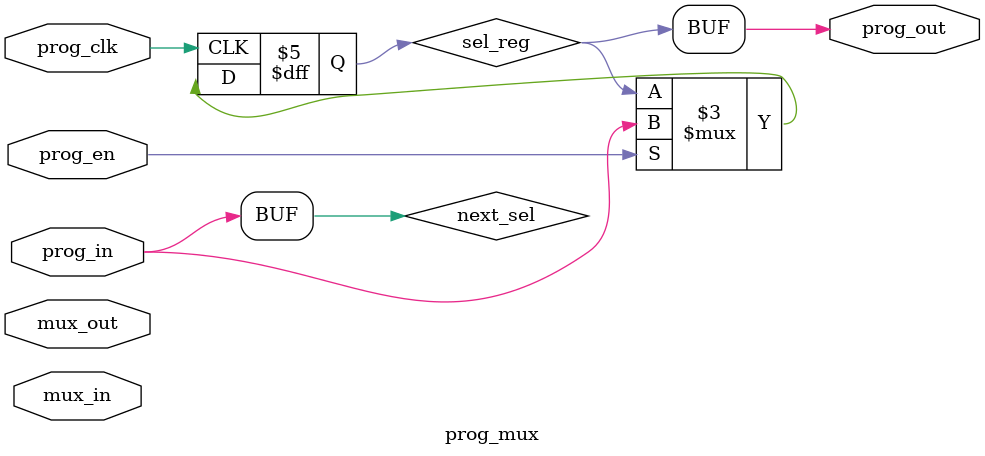
<source format=v>
`default_nettype none

module prog_mux#(
    parameter INPUTS = 2
) (
    // Programming interface
    input wire prog_clk,
    input wire prog_en,
    input wire prog_in,
    output wire prog_out,
    // mux signals
    input wire [INPUTS - 1 : 0] mux_in,
    input wire mux_out
);

    localparam SEL_WIDTH = $clog2(INPUTS);
    reg [SEL_WIDTH - 1 : 0] sel_reg;

    // Program mux sel reg
    wire [SEL_WIDTH - 1 : 0] next_sel;
    generate
        if (SEL_WIDTH == 1) begin
            assign next_sel[0] = prog_in;
        end else begin
            assign next_sel = {sel_reg[SEL_WIDTH - 2 : 0], prog_in};
        end
    endgenerate

    always @(posedge prog_clk) begin
        if (prog_en) begin
            sel_reg <= next_sel;
        end
    end
    assign prog_out = sel_reg[SEL_WIDTH - 1];

    assign mux_out = mux_in[sel_reg];

endmodule
</source>
